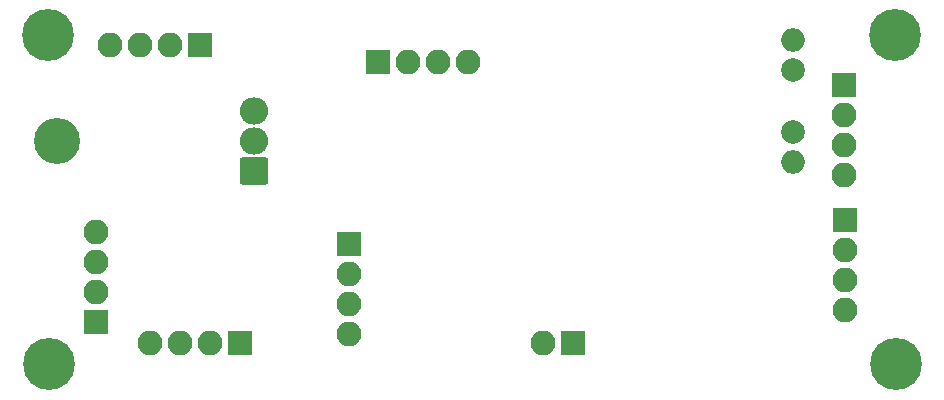
<source format=gbs>
G04 #@! TF.GenerationSoftware,KiCad,Pcbnew,6.0.9+dfsg-1~bpo11+1*
G04 #@! TF.CreationDate,2022-12-29T09:56:33-05:00*
G04 #@! TF.ProjectId,io,696f2e6b-6963-4616-945f-706362585858,rev?*
G04 #@! TF.SameCoordinates,Original*
G04 #@! TF.FileFunction,Soldermask,Bot*
G04 #@! TF.FilePolarity,Negative*
%FSLAX46Y46*%
G04 Gerber Fmt 4.6, Leading zero omitted, Abs format (unit mm)*
G04 Created by KiCad (PCBNEW 6.0.9+dfsg-1~bpo11+1) date 2022-12-29 09:56:33*
%MOMM*%
%LPD*%
G01*
G04 APERTURE LIST*
G04 Aperture macros list*
%AMRoundRect*
0 Rectangle with rounded corners*
0 $1 Rounding radius*
0 $2 $3 $4 $5 $6 $7 $8 $9 X,Y pos of 4 corners*
0 Add a 4 corners polygon primitive as box body*
4,1,4,$2,$3,$4,$5,$6,$7,$8,$9,$2,$3,0*
0 Add four circle primitives for the rounded corners*
1,1,$1+$1,$2,$3*
1,1,$1+$1,$4,$5*
1,1,$1+$1,$6,$7*
1,1,$1+$1,$8,$9*
0 Add four rect primitives between the rounded corners*
20,1,$1+$1,$2,$3,$4,$5,0*
20,1,$1+$1,$4,$5,$6,$7,0*
20,1,$1+$1,$6,$7,$8,$9,0*
20,1,$1+$1,$8,$9,$2,$3,0*%
G04 Aperture macros list end*
%ADD10RoundRect,0.200000X-0.850000X-0.850000X0.850000X-0.850000X0.850000X0.850000X-0.850000X0.850000X0*%
%ADD11O,2.100000X2.100000*%
%ADD12RoundRect,0.200000X0.850000X-0.850000X0.850000X0.850000X-0.850000X0.850000X-0.850000X-0.850000X0*%
%ADD13RoundRect,0.200000X-0.850000X0.850000X-0.850000X-0.850000X0.850000X-0.850000X0.850000X0.850000X0*%
%ADD14O,3.900000X3.900000*%
%ADD15RoundRect,0.200000X1.000000X-0.952500X1.000000X0.952500X-1.000000X0.952500X-1.000000X-0.952500X0*%
%ADD16O,2.400000X2.305000*%
%ADD17C,2.000000*%
%ADD18O,2.000000X2.000000*%
%ADD19C,4.400000*%
%ADD20RoundRect,0.200000X0.850000X0.850000X-0.850000X0.850000X-0.850000X-0.850000X0.850000X-0.850000X0*%
G04 APERTURE END LIST*
D10*
G04 #@! TO.C,P1*
X61150000Y-145790000D03*
D11*
X61150000Y-148330000D03*
X61150000Y-150870000D03*
X61150000Y-153410000D03*
G04 #@! TD*
D12*
G04 #@! TO.C,P2*
X63660000Y-130400000D03*
D11*
X66200000Y-130400000D03*
X68740000Y-130400000D03*
X71280000Y-130400000D03*
G04 #@! TD*
D10*
G04 #@! TO.C,P5*
X103200000Y-143800000D03*
D11*
X103200000Y-146340000D03*
X103200000Y-148880000D03*
X103200000Y-151420000D03*
G04 #@! TD*
D10*
G04 #@! TO.C,P6*
X103100000Y-132300000D03*
D11*
X103100000Y-134840000D03*
X103100000Y-137380000D03*
X103100000Y-139920000D03*
G04 #@! TD*
D13*
G04 #@! TO.C,P7*
X48600000Y-128922500D03*
D11*
X46060000Y-128922500D03*
X43520000Y-128922500D03*
X40980000Y-128922500D03*
G04 #@! TD*
D14*
G04 #@! TO.C,U1*
X36440000Y-137060000D03*
D15*
X53100000Y-139600000D03*
D16*
X53100000Y-137060000D03*
X53100000Y-134520000D03*
G04 #@! TD*
D17*
G04 #@! TO.C,R31*
X98800000Y-131100000D03*
D18*
X98800000Y-128560000D03*
G04 #@! TD*
D19*
G04 #@! TO.C,REF\u002A\u002A*
X35770000Y-155980000D03*
G04 #@! TD*
D20*
G04 #@! TO.C,P4*
X39780000Y-152420000D03*
D11*
X39780000Y-149880000D03*
X39780000Y-147340000D03*
X39780000Y-144800000D03*
G04 #@! TD*
D13*
G04 #@! TO.C,J1*
X80180000Y-154190000D03*
D11*
X77640000Y-154190000D03*
G04 #@! TD*
D19*
G04 #@! TO.C,REF\u002A\u002A*
X107440000Y-128100000D03*
G04 #@! TD*
D13*
G04 #@! TO.C,P3*
X51940000Y-154150000D03*
D11*
X49400000Y-154150000D03*
X46860000Y-154150000D03*
X44320000Y-154150000D03*
G04 #@! TD*
D17*
G04 #@! TO.C,R32*
X98800000Y-136300000D03*
D18*
X98800000Y-138840000D03*
G04 #@! TD*
D19*
G04 #@! TO.C,REF\u002A\u002A*
X35740000Y-128130000D03*
G04 #@! TD*
G04 #@! TO.C,REF\u002A\u002A*
X107500000Y-156000000D03*
G04 #@! TD*
M02*

</source>
